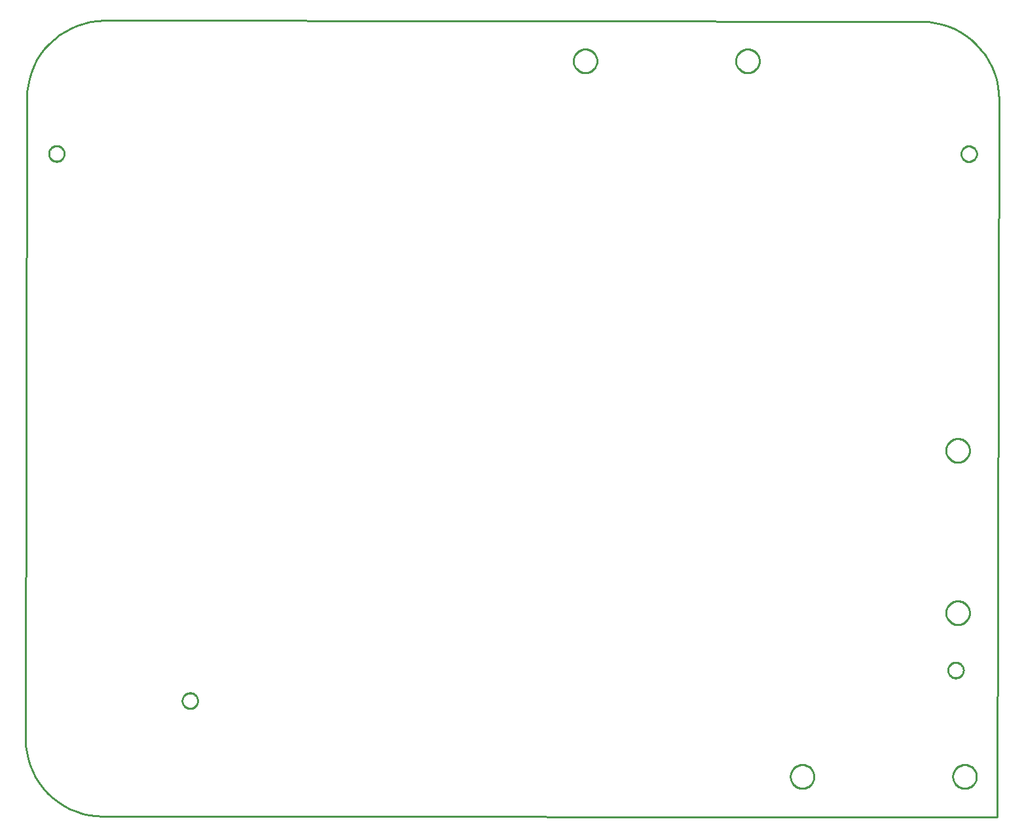
<source format=gbr>
G04 EAGLE Gerber X2 export*
%TF.Part,Single*%
%TF.FileFunction,Profile,NP*%
%TF.FilePolarity,Positive*%
%TF.GenerationSoftware,Autodesk,EAGLE,9.1.3*%
%TF.CreationDate,2019-02-26T23:33:37Z*%
G75*
%MOMM*%
%FSLAX34Y34*%
%LPD*%
%AMOC8*
5,1,8,0,0,1.08239X$1,22.5*%
G01*
%ADD10C,0.254000*%


D10*
X41724Y539040D02*
X42086Y530323D01*
X43207Y521672D01*
X45077Y513150D01*
X47682Y504824D01*
X51004Y496757D01*
X55016Y489010D01*
X59687Y481642D01*
X64984Y474710D01*
X70864Y468265D01*
X77283Y462358D01*
X84193Y457032D01*
X91541Y452329D01*
X99271Y448284D01*
X107324Y444928D01*
X115639Y442287D01*
X124152Y440381D01*
X132799Y439224D01*
X141514Y438824D01*
X141629Y438824D01*
X1298614Y437720D01*
X1300565Y1365493D01*
X1300244Y1374255D01*
X1299161Y1382955D01*
X1297324Y1391529D01*
X1294747Y1399909D01*
X1291449Y1408033D01*
X1287456Y1415839D01*
X1282798Y1423267D01*
X1277510Y1430260D01*
X1271632Y1436767D01*
X1265210Y1442736D01*
X1258292Y1448122D01*
X1250931Y1452886D01*
X1243183Y1456989D01*
X1235106Y1460402D01*
X1226763Y1463098D01*
X1218217Y1465056D01*
X1209532Y1466262D01*
X1200776Y1466707D01*
X1200659Y1466707D01*
X143559Y1467707D01*
X134801Y1467289D01*
X126113Y1466109D01*
X117561Y1464176D01*
X109210Y1461505D01*
X101123Y1458117D01*
X93362Y1454037D01*
X85987Y1449296D01*
X79053Y1443930D01*
X72612Y1437980D01*
X66715Y1431491D01*
X61406Y1424514D01*
X56725Y1417100D01*
X52709Y1409306D01*
X49386Y1401192D01*
X46784Y1392819D01*
X44921Y1384251D01*
X43812Y1375554D01*
X43465Y1366919D01*
X41724Y539040D01*
X92000Y1295163D02*
X91924Y1294294D01*
X91772Y1293434D01*
X91546Y1292590D01*
X91248Y1291770D01*
X90879Y1290978D01*
X90442Y1290222D01*
X89941Y1289507D01*
X89380Y1288838D01*
X88762Y1288220D01*
X88093Y1287659D01*
X87378Y1287158D01*
X86622Y1286721D01*
X85830Y1286352D01*
X85010Y1286054D01*
X84166Y1285828D01*
X83307Y1285676D01*
X82437Y1285600D01*
X81563Y1285600D01*
X80694Y1285676D01*
X79834Y1285828D01*
X78990Y1286054D01*
X78170Y1286352D01*
X77378Y1286721D01*
X76622Y1287158D01*
X75907Y1287659D01*
X75238Y1288220D01*
X74620Y1288838D01*
X74059Y1289507D01*
X73558Y1290222D01*
X73121Y1290978D01*
X72752Y1291770D01*
X72454Y1292590D01*
X72228Y1293434D01*
X72076Y1294294D01*
X72000Y1295163D01*
X72000Y1296037D01*
X72076Y1296907D01*
X72228Y1297766D01*
X72454Y1298610D01*
X72752Y1299430D01*
X73121Y1300222D01*
X73558Y1300978D01*
X74059Y1301693D01*
X74620Y1302362D01*
X75238Y1302980D01*
X75907Y1303541D01*
X76622Y1304042D01*
X77378Y1304479D01*
X78170Y1304848D01*
X78990Y1305146D01*
X79834Y1305372D01*
X80694Y1305524D01*
X81563Y1305600D01*
X82437Y1305600D01*
X83307Y1305524D01*
X84166Y1305372D01*
X85010Y1305146D01*
X85830Y1304848D01*
X86622Y1304479D01*
X87378Y1304042D01*
X88093Y1303541D01*
X88762Y1302980D01*
X89380Y1302362D01*
X89941Y1301693D01*
X90442Y1300978D01*
X90879Y1300222D01*
X91248Y1299430D01*
X91546Y1298610D01*
X91772Y1297766D01*
X91924Y1296907D01*
X92000Y1296037D01*
X92000Y1295163D01*
X264600Y587763D02*
X264524Y586894D01*
X264372Y586034D01*
X264146Y585190D01*
X263848Y584370D01*
X263479Y583578D01*
X263042Y582822D01*
X262541Y582107D01*
X261980Y581438D01*
X261362Y580820D01*
X260693Y580259D01*
X259978Y579758D01*
X259222Y579321D01*
X258430Y578952D01*
X257610Y578654D01*
X256766Y578428D01*
X255907Y578276D01*
X255037Y578200D01*
X254163Y578200D01*
X253294Y578276D01*
X252434Y578428D01*
X251590Y578654D01*
X250770Y578952D01*
X249978Y579321D01*
X249222Y579758D01*
X248507Y580259D01*
X247838Y580820D01*
X247220Y581438D01*
X246659Y582107D01*
X246158Y582822D01*
X245721Y583578D01*
X245352Y584370D01*
X245054Y585190D01*
X244828Y586034D01*
X244676Y586894D01*
X244600Y587763D01*
X244600Y588637D01*
X244676Y589507D01*
X244828Y590366D01*
X245054Y591210D01*
X245352Y592030D01*
X245721Y592822D01*
X246158Y593578D01*
X246659Y594293D01*
X247220Y594962D01*
X247838Y595580D01*
X248507Y596141D01*
X249222Y596642D01*
X249978Y597079D01*
X250770Y597448D01*
X251590Y597746D01*
X252434Y597972D01*
X253294Y598124D01*
X254163Y598200D01*
X255037Y598200D01*
X255907Y598124D01*
X256766Y597972D01*
X257610Y597746D01*
X258430Y597448D01*
X259222Y597079D01*
X259978Y596642D01*
X260693Y596141D01*
X261362Y595580D01*
X261980Y594962D01*
X262541Y594293D01*
X263042Y593578D01*
X263479Y592822D01*
X263848Y592030D01*
X264146Y591210D01*
X264372Y590366D01*
X264524Y589507D01*
X264600Y588637D01*
X264600Y587763D01*
X1271800Y1294963D02*
X1271724Y1294094D01*
X1271572Y1293234D01*
X1271346Y1292390D01*
X1271048Y1291570D01*
X1270679Y1290778D01*
X1270242Y1290022D01*
X1269741Y1289307D01*
X1269180Y1288638D01*
X1268562Y1288020D01*
X1267893Y1287459D01*
X1267178Y1286958D01*
X1266422Y1286521D01*
X1265630Y1286152D01*
X1264810Y1285854D01*
X1263966Y1285628D01*
X1263107Y1285476D01*
X1262237Y1285400D01*
X1261363Y1285400D01*
X1260494Y1285476D01*
X1259634Y1285628D01*
X1258790Y1285854D01*
X1257970Y1286152D01*
X1257178Y1286521D01*
X1256422Y1286958D01*
X1255707Y1287459D01*
X1255038Y1288020D01*
X1254420Y1288638D01*
X1253859Y1289307D01*
X1253358Y1290022D01*
X1252921Y1290778D01*
X1252552Y1291570D01*
X1252254Y1292390D01*
X1252028Y1293234D01*
X1251876Y1294094D01*
X1251800Y1294963D01*
X1251800Y1295837D01*
X1251876Y1296707D01*
X1252028Y1297566D01*
X1252254Y1298410D01*
X1252552Y1299230D01*
X1252921Y1300022D01*
X1253358Y1300778D01*
X1253859Y1301493D01*
X1254420Y1302162D01*
X1255038Y1302780D01*
X1255707Y1303341D01*
X1256422Y1303842D01*
X1257178Y1304279D01*
X1257970Y1304648D01*
X1258790Y1304946D01*
X1259634Y1305172D01*
X1260494Y1305324D01*
X1261363Y1305400D01*
X1262237Y1305400D01*
X1263107Y1305324D01*
X1263966Y1305172D01*
X1264810Y1304946D01*
X1265630Y1304648D01*
X1266422Y1304279D01*
X1267178Y1303842D01*
X1267893Y1303341D01*
X1268562Y1302780D01*
X1269180Y1302162D01*
X1269741Y1301493D01*
X1270242Y1300778D01*
X1270679Y1300022D01*
X1271048Y1299230D01*
X1271346Y1298410D01*
X1271572Y1297566D01*
X1271724Y1296707D01*
X1271800Y1295837D01*
X1271800Y1294963D01*
X1254800Y627163D02*
X1254724Y626294D01*
X1254572Y625434D01*
X1254346Y624590D01*
X1254048Y623770D01*
X1253679Y622978D01*
X1253242Y622222D01*
X1252741Y621507D01*
X1252180Y620838D01*
X1251562Y620220D01*
X1250893Y619659D01*
X1250178Y619158D01*
X1249422Y618721D01*
X1248630Y618352D01*
X1247810Y618054D01*
X1246966Y617828D01*
X1246107Y617676D01*
X1245237Y617600D01*
X1244363Y617600D01*
X1243494Y617676D01*
X1242634Y617828D01*
X1241790Y618054D01*
X1240970Y618352D01*
X1240178Y618721D01*
X1239422Y619158D01*
X1238707Y619659D01*
X1238038Y620220D01*
X1237420Y620838D01*
X1236859Y621507D01*
X1236358Y622222D01*
X1235921Y622978D01*
X1235552Y623770D01*
X1235254Y624590D01*
X1235028Y625434D01*
X1234876Y626294D01*
X1234800Y627163D01*
X1234800Y628037D01*
X1234876Y628907D01*
X1235028Y629766D01*
X1235254Y630610D01*
X1235552Y631430D01*
X1235921Y632222D01*
X1236358Y632978D01*
X1236859Y633693D01*
X1237420Y634362D01*
X1238038Y634980D01*
X1238707Y635541D01*
X1239422Y636042D01*
X1240178Y636479D01*
X1240970Y636848D01*
X1241790Y637146D01*
X1242634Y637372D01*
X1243494Y637524D01*
X1244363Y637600D01*
X1245237Y637600D01*
X1246107Y637524D01*
X1246966Y637372D01*
X1247810Y637146D01*
X1248630Y636848D01*
X1249422Y636479D01*
X1250178Y636042D01*
X1250893Y635541D01*
X1251562Y634980D01*
X1252180Y634362D01*
X1252741Y633693D01*
X1253242Y632978D01*
X1253679Y632222D01*
X1254048Y631430D01*
X1254346Y630610D01*
X1254572Y629766D01*
X1254724Y628907D01*
X1254800Y628037D01*
X1254800Y627163D01*
X1061650Y489475D02*
X1061572Y488389D01*
X1061417Y487311D01*
X1061186Y486246D01*
X1060879Y485201D01*
X1060498Y484180D01*
X1060046Y483190D01*
X1059524Y482233D01*
X1058935Y481317D01*
X1058282Y480445D01*
X1057569Y479622D01*
X1056798Y478852D01*
X1055975Y478138D01*
X1055103Y477485D01*
X1054187Y476896D01*
X1053231Y476374D01*
X1052240Y475922D01*
X1051219Y475541D01*
X1050174Y475234D01*
X1049109Y475003D01*
X1048031Y474848D01*
X1046945Y474770D01*
X1045855Y474770D01*
X1044769Y474848D01*
X1043691Y475003D01*
X1042626Y475234D01*
X1041581Y475541D01*
X1040560Y475922D01*
X1039570Y476374D01*
X1038613Y476896D01*
X1037697Y477485D01*
X1036825Y478138D01*
X1036002Y478852D01*
X1035232Y479622D01*
X1034518Y480445D01*
X1033865Y481317D01*
X1033276Y482233D01*
X1032754Y483190D01*
X1032302Y484180D01*
X1031921Y485201D01*
X1031614Y486246D01*
X1031383Y487311D01*
X1031228Y488389D01*
X1031150Y489475D01*
X1031150Y490565D01*
X1031228Y491651D01*
X1031383Y492729D01*
X1031614Y493794D01*
X1031921Y494839D01*
X1032302Y495860D01*
X1032754Y496851D01*
X1033276Y497807D01*
X1033865Y498723D01*
X1034518Y499595D01*
X1035232Y500418D01*
X1036002Y501189D01*
X1036825Y501902D01*
X1037697Y502555D01*
X1038613Y503144D01*
X1039570Y503666D01*
X1040560Y504118D01*
X1041581Y504499D01*
X1042626Y504806D01*
X1043691Y505037D01*
X1044769Y505192D01*
X1045855Y505270D01*
X1046945Y505270D01*
X1048031Y505192D01*
X1049109Y505037D01*
X1050174Y504806D01*
X1051219Y504499D01*
X1052240Y504118D01*
X1053231Y503666D01*
X1054187Y503144D01*
X1055103Y502555D01*
X1055975Y501902D01*
X1056798Y501189D01*
X1057569Y500418D01*
X1058282Y499595D01*
X1058935Y498723D01*
X1059524Y497807D01*
X1060046Y496851D01*
X1060498Y495860D01*
X1060879Y494839D01*
X1061186Y493794D01*
X1061417Y492729D01*
X1061572Y491651D01*
X1061650Y490565D01*
X1061650Y489475D01*
X1271650Y489475D02*
X1271572Y488389D01*
X1271417Y487311D01*
X1271186Y486246D01*
X1270879Y485201D01*
X1270498Y484180D01*
X1270046Y483190D01*
X1269524Y482233D01*
X1268935Y481317D01*
X1268282Y480445D01*
X1267569Y479622D01*
X1266798Y478852D01*
X1265975Y478138D01*
X1265103Y477485D01*
X1264187Y476896D01*
X1263231Y476374D01*
X1262240Y475922D01*
X1261219Y475541D01*
X1260174Y475234D01*
X1259109Y475003D01*
X1258031Y474848D01*
X1256945Y474770D01*
X1255855Y474770D01*
X1254769Y474848D01*
X1253691Y475003D01*
X1252626Y475234D01*
X1251581Y475541D01*
X1250560Y475922D01*
X1249570Y476374D01*
X1248613Y476896D01*
X1247697Y477485D01*
X1246825Y478138D01*
X1246002Y478852D01*
X1245232Y479622D01*
X1244518Y480445D01*
X1243865Y481317D01*
X1243276Y482233D01*
X1242754Y483190D01*
X1242302Y484180D01*
X1241921Y485201D01*
X1241614Y486246D01*
X1241383Y487311D01*
X1241228Y488389D01*
X1241150Y489475D01*
X1241150Y490565D01*
X1241228Y491651D01*
X1241383Y492729D01*
X1241614Y493794D01*
X1241921Y494839D01*
X1242302Y495860D01*
X1242754Y496851D01*
X1243276Y497807D01*
X1243865Y498723D01*
X1244518Y499595D01*
X1245232Y500418D01*
X1246002Y501189D01*
X1246825Y501902D01*
X1247697Y502555D01*
X1248613Y503144D01*
X1249570Y503666D01*
X1250560Y504118D01*
X1251581Y504499D01*
X1252626Y504806D01*
X1253691Y505037D01*
X1254769Y505192D01*
X1255855Y505270D01*
X1256945Y505270D01*
X1258031Y505192D01*
X1259109Y505037D01*
X1260174Y504806D01*
X1261219Y504499D01*
X1262240Y504118D01*
X1263231Y503666D01*
X1264187Y503144D01*
X1265103Y502555D01*
X1265975Y501902D01*
X1266798Y501189D01*
X1267569Y500418D01*
X1268282Y499595D01*
X1268935Y498723D01*
X1269524Y497807D01*
X1270046Y496851D01*
X1270498Y495860D01*
X1270879Y494839D01*
X1271186Y493794D01*
X1271417Y492729D01*
X1271572Y491651D01*
X1271650Y490565D01*
X1271650Y489475D01*
X780930Y1416005D02*
X780852Y1417091D01*
X780697Y1418169D01*
X780466Y1419234D01*
X780159Y1420279D01*
X779778Y1421300D01*
X779326Y1422291D01*
X778804Y1423247D01*
X778215Y1424163D01*
X777562Y1425035D01*
X776849Y1425858D01*
X776078Y1426629D01*
X775255Y1427342D01*
X774383Y1427995D01*
X773467Y1428584D01*
X772511Y1429106D01*
X771520Y1429558D01*
X770499Y1429939D01*
X769454Y1430246D01*
X768389Y1430477D01*
X767311Y1430632D01*
X766225Y1430710D01*
X765135Y1430710D01*
X764049Y1430632D01*
X762971Y1430477D01*
X761906Y1430246D01*
X760861Y1429939D01*
X759840Y1429558D01*
X758850Y1429106D01*
X757893Y1428584D01*
X756977Y1427995D01*
X756105Y1427342D01*
X755282Y1426629D01*
X754512Y1425858D01*
X753798Y1425035D01*
X753145Y1424163D01*
X752556Y1423247D01*
X752034Y1422291D01*
X751582Y1421300D01*
X751201Y1420279D01*
X750894Y1419234D01*
X750663Y1418169D01*
X750508Y1417091D01*
X750430Y1416005D01*
X750430Y1414915D01*
X750508Y1413829D01*
X750663Y1412751D01*
X750894Y1411686D01*
X751201Y1410641D01*
X751582Y1409620D01*
X752034Y1408630D01*
X752556Y1407673D01*
X753145Y1406757D01*
X753798Y1405885D01*
X754512Y1405062D01*
X755282Y1404292D01*
X756105Y1403578D01*
X756977Y1402925D01*
X757893Y1402336D01*
X758850Y1401814D01*
X759840Y1401362D01*
X760861Y1400981D01*
X761906Y1400674D01*
X762971Y1400443D01*
X764049Y1400288D01*
X765135Y1400210D01*
X766225Y1400210D01*
X767311Y1400288D01*
X768389Y1400443D01*
X769454Y1400674D01*
X770499Y1400981D01*
X771520Y1401362D01*
X772511Y1401814D01*
X773467Y1402336D01*
X774383Y1402925D01*
X775255Y1403578D01*
X776078Y1404292D01*
X776849Y1405062D01*
X777562Y1405885D01*
X778215Y1406757D01*
X778804Y1407673D01*
X779326Y1408630D01*
X779778Y1409620D01*
X780159Y1410641D01*
X780466Y1411686D01*
X780697Y1412751D01*
X780852Y1413829D01*
X780930Y1414915D01*
X780930Y1416005D01*
X990930Y1416005D02*
X990852Y1417091D01*
X990697Y1418169D01*
X990466Y1419234D01*
X990159Y1420279D01*
X989778Y1421300D01*
X989326Y1422291D01*
X988804Y1423247D01*
X988215Y1424163D01*
X987562Y1425035D01*
X986849Y1425858D01*
X986078Y1426629D01*
X985255Y1427342D01*
X984383Y1427995D01*
X983467Y1428584D01*
X982511Y1429106D01*
X981520Y1429558D01*
X980499Y1429939D01*
X979454Y1430246D01*
X978389Y1430477D01*
X977311Y1430632D01*
X976225Y1430710D01*
X975135Y1430710D01*
X974049Y1430632D01*
X972971Y1430477D01*
X971906Y1430246D01*
X970861Y1429939D01*
X969840Y1429558D01*
X968850Y1429106D01*
X967893Y1428584D01*
X966977Y1427995D01*
X966105Y1427342D01*
X965282Y1426629D01*
X964512Y1425858D01*
X963798Y1425035D01*
X963145Y1424163D01*
X962556Y1423247D01*
X962034Y1422291D01*
X961582Y1421300D01*
X961201Y1420279D01*
X960894Y1419234D01*
X960663Y1418169D01*
X960508Y1417091D01*
X960430Y1416005D01*
X960430Y1414915D01*
X960508Y1413829D01*
X960663Y1412751D01*
X960894Y1411686D01*
X961201Y1410641D01*
X961582Y1409620D01*
X962034Y1408630D01*
X962556Y1407673D01*
X963145Y1406757D01*
X963798Y1405885D01*
X964512Y1405062D01*
X965282Y1404292D01*
X966105Y1403578D01*
X966977Y1402925D01*
X967893Y1402336D01*
X968850Y1401814D01*
X969840Y1401362D01*
X970861Y1400981D01*
X971906Y1400674D01*
X972971Y1400443D01*
X974049Y1400288D01*
X975135Y1400210D01*
X976225Y1400210D01*
X977311Y1400288D01*
X978389Y1400443D01*
X979454Y1400674D01*
X980499Y1400981D01*
X981520Y1401362D01*
X982511Y1401814D01*
X983467Y1402336D01*
X984383Y1402925D01*
X985255Y1403578D01*
X986078Y1404292D01*
X986849Y1405062D01*
X987562Y1405885D01*
X988215Y1406757D01*
X988804Y1407673D01*
X989326Y1408630D01*
X989778Y1409620D01*
X990159Y1410641D01*
X990466Y1411686D01*
X990697Y1412751D01*
X990852Y1413829D01*
X990930Y1414915D01*
X990930Y1416005D01*
X1248045Y896550D02*
X1249131Y896628D01*
X1250209Y896783D01*
X1251274Y897014D01*
X1252319Y897321D01*
X1253340Y897702D01*
X1254331Y898154D01*
X1255287Y898676D01*
X1256203Y899265D01*
X1257075Y899918D01*
X1257898Y900632D01*
X1258669Y901402D01*
X1259382Y902225D01*
X1260035Y903097D01*
X1260624Y904013D01*
X1261146Y904970D01*
X1261598Y905960D01*
X1261979Y906981D01*
X1262286Y908026D01*
X1262517Y909091D01*
X1262672Y910169D01*
X1262750Y911255D01*
X1262750Y912345D01*
X1262672Y913431D01*
X1262517Y914509D01*
X1262286Y915574D01*
X1261979Y916619D01*
X1261598Y917640D01*
X1261146Y918631D01*
X1260624Y919587D01*
X1260035Y920503D01*
X1259382Y921375D01*
X1258669Y922198D01*
X1257898Y922969D01*
X1257075Y923682D01*
X1256203Y924335D01*
X1255287Y924924D01*
X1254331Y925446D01*
X1253340Y925898D01*
X1252319Y926279D01*
X1251274Y926586D01*
X1250209Y926817D01*
X1249131Y926972D01*
X1248045Y927050D01*
X1246955Y927050D01*
X1245869Y926972D01*
X1244791Y926817D01*
X1243726Y926586D01*
X1242681Y926279D01*
X1241660Y925898D01*
X1240670Y925446D01*
X1239713Y924924D01*
X1238797Y924335D01*
X1237925Y923682D01*
X1237102Y922969D01*
X1236332Y922198D01*
X1235618Y921375D01*
X1234965Y920503D01*
X1234376Y919587D01*
X1233854Y918631D01*
X1233402Y917640D01*
X1233021Y916619D01*
X1232714Y915574D01*
X1232483Y914509D01*
X1232328Y913431D01*
X1232250Y912345D01*
X1232250Y911255D01*
X1232328Y910169D01*
X1232483Y909091D01*
X1232714Y908026D01*
X1233021Y906981D01*
X1233402Y905960D01*
X1233854Y904970D01*
X1234376Y904013D01*
X1234965Y903097D01*
X1235618Y902225D01*
X1236332Y901402D01*
X1237102Y900632D01*
X1237925Y899918D01*
X1238797Y899265D01*
X1239713Y898676D01*
X1240670Y898154D01*
X1241660Y897702D01*
X1242681Y897321D01*
X1243726Y897014D01*
X1244791Y896783D01*
X1245869Y896628D01*
X1246955Y896550D01*
X1248045Y896550D01*
X1248045Y686550D02*
X1249131Y686628D01*
X1250209Y686783D01*
X1251274Y687014D01*
X1252319Y687321D01*
X1253340Y687702D01*
X1254331Y688154D01*
X1255287Y688676D01*
X1256203Y689265D01*
X1257075Y689918D01*
X1257898Y690632D01*
X1258669Y691402D01*
X1259382Y692225D01*
X1260035Y693097D01*
X1260624Y694013D01*
X1261146Y694970D01*
X1261598Y695960D01*
X1261979Y696981D01*
X1262286Y698026D01*
X1262517Y699091D01*
X1262672Y700169D01*
X1262750Y701255D01*
X1262750Y702345D01*
X1262672Y703431D01*
X1262517Y704509D01*
X1262286Y705574D01*
X1261979Y706619D01*
X1261598Y707640D01*
X1261146Y708631D01*
X1260624Y709587D01*
X1260035Y710503D01*
X1259382Y711375D01*
X1258669Y712198D01*
X1257898Y712969D01*
X1257075Y713682D01*
X1256203Y714335D01*
X1255287Y714924D01*
X1254331Y715446D01*
X1253340Y715898D01*
X1252319Y716279D01*
X1251274Y716586D01*
X1250209Y716817D01*
X1249131Y716972D01*
X1248045Y717050D01*
X1246955Y717050D01*
X1245869Y716972D01*
X1244791Y716817D01*
X1243726Y716586D01*
X1242681Y716279D01*
X1241660Y715898D01*
X1240670Y715446D01*
X1239713Y714924D01*
X1238797Y714335D01*
X1237925Y713682D01*
X1237102Y712969D01*
X1236332Y712198D01*
X1235618Y711375D01*
X1234965Y710503D01*
X1234376Y709587D01*
X1233854Y708631D01*
X1233402Y707640D01*
X1233021Y706619D01*
X1232714Y705574D01*
X1232483Y704509D01*
X1232328Y703431D01*
X1232250Y702345D01*
X1232250Y701255D01*
X1232328Y700169D01*
X1232483Y699091D01*
X1232714Y698026D01*
X1233021Y696981D01*
X1233402Y695960D01*
X1233854Y694970D01*
X1234376Y694013D01*
X1234965Y693097D01*
X1235618Y692225D01*
X1236332Y691402D01*
X1237102Y690632D01*
X1237925Y689918D01*
X1238797Y689265D01*
X1239713Y688676D01*
X1240670Y688154D01*
X1241660Y687702D01*
X1242681Y687321D01*
X1243726Y687014D01*
X1244791Y686783D01*
X1245869Y686628D01*
X1246955Y686550D01*
X1248045Y686550D01*
M02*

</source>
